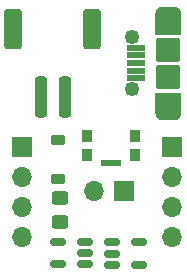
<source format=gts>
%TF.GenerationSoftware,KiCad,Pcbnew,8.0.1*%
%TF.CreationDate,2024-04-23T06:28:50-07:00*%
%TF.ProjectId,OnOffController,4f6e4f66-6643-46f6-9e74-726f6c6c6572,rev?*%
%TF.SameCoordinates,Original*%
%TF.FileFunction,Soldermask,Top*%
%TF.FilePolarity,Negative*%
%FSLAX46Y46*%
G04 Gerber Fmt 4.6, Leading zero omitted, Abs format (unit mm)*
G04 Created by KiCad (PCBNEW 8.0.1) date 2024-04-23 06:28:50*
%MOMM*%
%LPD*%
G01*
G04 APERTURE LIST*
G04 Aperture macros list*
%AMRoundRect*
0 Rectangle with rounded corners*
0 $1 Rounding radius*
0 $2 $3 $4 $5 $6 $7 $8 $9 X,Y pos of 4 corners*
0 Add a 4 corners polygon primitive as box body*
4,1,4,$2,$3,$4,$5,$6,$7,$8,$9,$2,$3,0*
0 Add four circle primitives for the rounded corners*
1,1,$1+$1,$2,$3*
1,1,$1+$1,$4,$5*
1,1,$1+$1,$6,$7*
1,1,$1+$1,$8,$9*
0 Add four rect primitives between the rounded corners*
20,1,$1+$1,$2,$3,$4,$5,0*
20,1,$1+$1,$4,$5,$6,$7,0*
20,1,$1+$1,$6,$7,$8,$9,0*
20,1,$1+$1,$8,$9,$2,$3,0*%
G04 Aperture macros list end*
%ADD10C,0.010000*%
%ADD11R,1.700000X1.700000*%
%ADD12O,1.700000X1.700000*%
%ADD13RoundRect,0.250000X-0.450000X0.325000X-0.450000X-0.325000X0.450000X-0.325000X0.450000X0.325000X0*%
%ADD14RoundRect,0.150000X-0.512500X-0.150000X0.512500X-0.150000X0.512500X0.150000X-0.512500X0.150000X0*%
%ADD15RoundRect,0.250000X0.250000X1.500000X-0.250000X1.500000X-0.250000X-1.500000X0.250000X-1.500000X0*%
%ADD16RoundRect,0.250001X0.499999X1.449999X-0.499999X1.449999X-0.499999X-1.449999X0.499999X-1.449999X0*%
%ADD17RoundRect,0.150000X0.512500X0.150000X-0.512500X0.150000X-0.512500X-0.150000X0.512500X-0.150000X0*%
%ADD18RoundRect,0.076200X-0.675000X-0.200000X0.675000X-0.200000X0.675000X0.200000X-0.675000X0.200000X0*%
%ADD19RoundRect,0.076200X0.950000X0.900000X-0.950000X0.900000X-0.950000X-0.900000X0.950000X-0.900000X0*%
%ADD20C,1.252400*%
%ADD21R,0.889000X0.990600*%
%ADD22R,1.701800X0.558800*%
%ADD23RoundRect,0.225000X0.375000X-0.225000X0.375000X0.225000X-0.375000X0.225000X-0.375000X-0.225000X0*%
G04 APERTURE END LIST*
D10*
%TO.C,J8*%
X167039500Y-82527000D02*
X167038500Y-82558000D01*
X167035500Y-82590000D01*
X167031500Y-82621000D01*
X167025500Y-82652000D01*
X167018500Y-82682000D01*
X167009500Y-82712000D01*
X166999500Y-82742000D01*
X166987500Y-82771000D01*
X166973500Y-82799000D01*
X166958500Y-82827000D01*
X166942500Y-82854000D01*
X166924500Y-82880000D01*
X166905500Y-82905000D01*
X166884500Y-82928000D01*
X166863500Y-82951000D01*
X166840500Y-82973000D01*
X166816500Y-82993000D01*
X166791500Y-83012000D01*
X166765500Y-83030000D01*
X166738500Y-83047000D01*
X166711500Y-83062000D01*
X166683500Y-83075000D01*
X166654500Y-83087000D01*
X166624500Y-83098000D01*
X166594500Y-83107000D01*
X166563500Y-83114000D01*
X166532500Y-83120000D01*
X166501500Y-83124000D01*
X166470500Y-83126000D01*
X166439500Y-83127000D01*
X165538500Y-83127000D01*
X165507500Y-83126000D01*
X165476500Y-83124000D01*
X165445500Y-83120000D01*
X165414500Y-83114000D01*
X165383500Y-83107000D01*
X165353500Y-83098000D01*
X165323500Y-83087000D01*
X165294500Y-83075000D01*
X165266500Y-83062000D01*
X165239500Y-83047000D01*
X165212500Y-83030000D01*
X165186500Y-83012000D01*
X165161500Y-82993000D01*
X165137500Y-82973000D01*
X165114500Y-82951000D01*
X165093500Y-82928000D01*
X165072500Y-82905000D01*
X165053500Y-82880000D01*
X165035500Y-82854000D01*
X165019500Y-82827000D01*
X165004500Y-82799000D01*
X164990500Y-82771000D01*
X164978500Y-82742000D01*
X164968500Y-82712000D01*
X164959500Y-82682000D01*
X164952500Y-82652000D01*
X164946500Y-82621000D01*
X164942500Y-82590000D01*
X164939500Y-82558000D01*
X164938500Y-82527000D01*
X164939000Y-80852000D01*
X167039500Y-80852000D01*
X167039500Y-82527000D01*
G36*
X167039500Y-82527000D02*
G01*
X167038500Y-82558000D01*
X167035500Y-82590000D01*
X167031500Y-82621000D01*
X167025500Y-82652000D01*
X167018500Y-82682000D01*
X167009500Y-82712000D01*
X166999500Y-82742000D01*
X166987500Y-82771000D01*
X166973500Y-82799000D01*
X166958500Y-82827000D01*
X166942500Y-82854000D01*
X166924500Y-82880000D01*
X166905500Y-82905000D01*
X166884500Y-82928000D01*
X166863500Y-82951000D01*
X166840500Y-82973000D01*
X166816500Y-82993000D01*
X166791500Y-83012000D01*
X166765500Y-83030000D01*
X166738500Y-83047000D01*
X166711500Y-83062000D01*
X166683500Y-83075000D01*
X166654500Y-83087000D01*
X166624500Y-83098000D01*
X166594500Y-83107000D01*
X166563500Y-83114000D01*
X166532500Y-83120000D01*
X166501500Y-83124000D01*
X166470500Y-83126000D01*
X166439500Y-83127000D01*
X165538500Y-83127000D01*
X165507500Y-83126000D01*
X165476500Y-83124000D01*
X165445500Y-83120000D01*
X165414500Y-83114000D01*
X165383500Y-83107000D01*
X165353500Y-83098000D01*
X165323500Y-83087000D01*
X165294500Y-83075000D01*
X165266500Y-83062000D01*
X165239500Y-83047000D01*
X165212500Y-83030000D01*
X165186500Y-83012000D01*
X165161500Y-82993000D01*
X165137500Y-82973000D01*
X165114500Y-82951000D01*
X165093500Y-82928000D01*
X165072500Y-82905000D01*
X165053500Y-82880000D01*
X165035500Y-82854000D01*
X165019500Y-82827000D01*
X165004500Y-82799000D01*
X164990500Y-82771000D01*
X164978500Y-82742000D01*
X164968500Y-82712000D01*
X164959500Y-82682000D01*
X164952500Y-82652000D01*
X164946500Y-82621000D01*
X164942500Y-82590000D01*
X164939500Y-82558000D01*
X164938500Y-82527000D01*
X164939000Y-80852000D01*
X167039500Y-80852000D01*
X167039500Y-82527000D01*
G37*
X166470500Y-73578000D02*
X166501500Y-73580000D01*
X166532500Y-73584000D01*
X166563500Y-73590000D01*
X166594500Y-73597000D01*
X166624500Y-73606000D01*
X166654500Y-73617000D01*
X166683500Y-73629000D01*
X166711500Y-73642000D01*
X166738500Y-73657000D01*
X166765500Y-73674000D01*
X166791500Y-73692000D01*
X166816500Y-73711000D01*
X166840500Y-73731000D01*
X166863500Y-73753000D01*
X166884500Y-73776000D01*
X166905500Y-73799000D01*
X166924500Y-73824000D01*
X166942500Y-73850000D01*
X166958500Y-73877000D01*
X166973500Y-73905000D01*
X166987500Y-73933000D01*
X166999500Y-73962000D01*
X167009500Y-73992000D01*
X167018500Y-74022000D01*
X167025500Y-74052000D01*
X167031500Y-74083000D01*
X167035500Y-74114000D01*
X167038500Y-74146000D01*
X167039500Y-74177000D01*
X167039000Y-75852000D01*
X164938500Y-75852000D01*
X164938500Y-74177000D01*
X164939500Y-74146000D01*
X164942500Y-74114000D01*
X164946500Y-74083000D01*
X164952500Y-74052000D01*
X164959500Y-74022000D01*
X164968500Y-73992000D01*
X164978500Y-73962000D01*
X164990500Y-73933000D01*
X165004500Y-73905000D01*
X165019500Y-73877000D01*
X165035500Y-73850000D01*
X165053500Y-73824000D01*
X165072500Y-73799000D01*
X165093500Y-73776000D01*
X165114500Y-73753000D01*
X165137500Y-73731000D01*
X165161500Y-73711000D01*
X165186500Y-73692000D01*
X165212500Y-73674000D01*
X165239500Y-73657000D01*
X165266500Y-73642000D01*
X165294500Y-73629000D01*
X165323500Y-73617000D01*
X165353500Y-73606000D01*
X165383500Y-73597000D01*
X165414500Y-73590000D01*
X165445500Y-73584000D01*
X165476500Y-73580000D01*
X165507500Y-73578000D01*
X165538500Y-73577000D01*
X166439500Y-73577000D01*
X166470500Y-73578000D01*
G36*
X166470500Y-73578000D02*
G01*
X166501500Y-73580000D01*
X166532500Y-73584000D01*
X166563500Y-73590000D01*
X166594500Y-73597000D01*
X166624500Y-73606000D01*
X166654500Y-73617000D01*
X166683500Y-73629000D01*
X166711500Y-73642000D01*
X166738500Y-73657000D01*
X166765500Y-73674000D01*
X166791500Y-73692000D01*
X166816500Y-73711000D01*
X166840500Y-73731000D01*
X166863500Y-73753000D01*
X166884500Y-73776000D01*
X166905500Y-73799000D01*
X166924500Y-73824000D01*
X166942500Y-73850000D01*
X166958500Y-73877000D01*
X166973500Y-73905000D01*
X166987500Y-73933000D01*
X166999500Y-73962000D01*
X167009500Y-73992000D01*
X167018500Y-74022000D01*
X167025500Y-74052000D01*
X167031500Y-74083000D01*
X167035500Y-74114000D01*
X167038500Y-74146000D01*
X167039500Y-74177000D01*
X167039000Y-75852000D01*
X164938500Y-75852000D01*
X164938500Y-74177000D01*
X164939500Y-74146000D01*
X164942500Y-74114000D01*
X164946500Y-74083000D01*
X164952500Y-74052000D01*
X164959500Y-74022000D01*
X164968500Y-73992000D01*
X164978500Y-73962000D01*
X164990500Y-73933000D01*
X165004500Y-73905000D01*
X165019500Y-73877000D01*
X165035500Y-73850000D01*
X165053500Y-73824000D01*
X165072500Y-73799000D01*
X165093500Y-73776000D01*
X165114500Y-73753000D01*
X165137500Y-73731000D01*
X165161500Y-73711000D01*
X165186500Y-73692000D01*
X165212500Y-73674000D01*
X165239500Y-73657000D01*
X165266500Y-73642000D01*
X165294500Y-73629000D01*
X165323500Y-73617000D01*
X165353500Y-73606000D01*
X165383500Y-73597000D01*
X165414500Y-73590000D01*
X165445500Y-73584000D01*
X165476500Y-73580000D01*
X165507500Y-73578000D01*
X165538500Y-73577000D01*
X166439500Y-73577000D01*
X166470500Y-73578000D01*
G37*
%TD*%
D11*
%TO.C,J2*%
X162311000Y-89154000D03*
D12*
X159771000Y-89154000D03*
%TD*%
D13*
%TO.C,D1*%
X156845000Y-89780000D03*
X156845000Y-91830000D03*
%TD*%
D14*
%TO.C,U2*%
X161295500Y-93538000D03*
X161295500Y-94488000D03*
X161295500Y-95438000D03*
X163570500Y-95438000D03*
X163570500Y-93538000D03*
%TD*%
D15*
%TO.C,J1*%
X157258000Y-81188000D03*
X155258000Y-81188000D03*
D16*
X159608000Y-75438000D03*
X152908000Y-75438000D03*
%TD*%
D11*
%TO.C,J4*%
X166370000Y-85481000D03*
D12*
X166370000Y-88021000D03*
X166370000Y-90561000D03*
X166370000Y-93101000D03*
%TD*%
D17*
%TO.C,U3*%
X158993000Y-95372000D03*
X158993000Y-94422000D03*
X158993000Y-93472000D03*
X156718000Y-93472000D03*
X156718000Y-95372000D03*
%TD*%
D18*
%TO.C,J8*%
X163314000Y-79652000D03*
X163314000Y-79002000D03*
X163314000Y-78352000D03*
X163314000Y-77702000D03*
X163314000Y-77052000D03*
D19*
X165989000Y-79502000D03*
X165989000Y-77202000D03*
D20*
X162989000Y-80577000D03*
X162989000Y-76127000D03*
%TD*%
D21*
%TO.C,SW1*%
X159113002Y-84543999D03*
X163212998Y-84543999D03*
X159113002Y-86144001D03*
X163212998Y-86144001D03*
D22*
X161163000Y-86769001D03*
%TD*%
D11*
%TO.C,J3*%
X153670000Y-85471000D03*
D12*
X153670000Y-88011000D03*
X153670000Y-90551000D03*
X153670000Y-93091000D03*
%TD*%
D23*
%TO.C,D2*%
X156718000Y-88138000D03*
X156718000Y-84838000D03*
%TD*%
M02*

</source>
